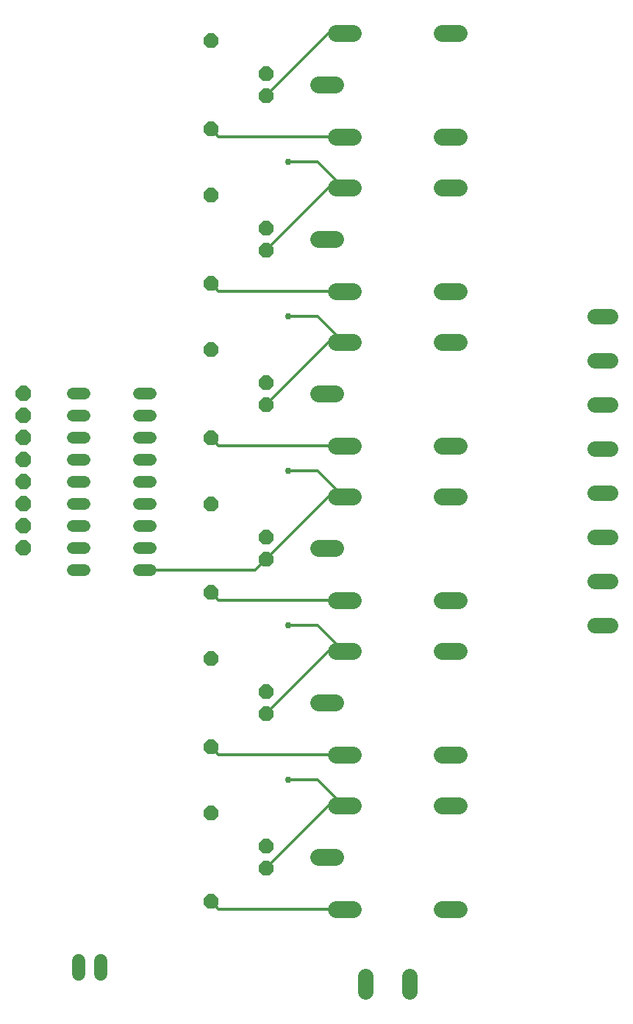
<source format=gbr>
G04 EAGLE Gerber RS-274X export*
G75*
%MOMM*%
%FSLAX34Y34*%
%LPD*%
%INBottom Copper*%
%IPPOS*%
%AMOC8*
5,1,8,0,0,1.08239X$1,22.5*%
G01*
%ADD10C,1.320800*%
%ADD11P,1.924489X8X202.500000*%
%ADD12C,1.524000*%
%ADD13C,1.981200*%
%ADD14P,1.814519X8X112.500000*%
%ADD15P,1.814519X8X292.500000*%
%ADD16C,1.790700*%
%ADD17C,0.304800*%
%ADD18C,0.756400*%


D10*
X818896Y812800D02*
X832104Y812800D01*
X832104Y787400D02*
X818896Y787400D01*
X818896Y660400D02*
X832104Y660400D01*
X832104Y635000D02*
X818896Y635000D01*
X818896Y762000D02*
X832104Y762000D01*
X832104Y736600D02*
X818896Y736600D01*
X818896Y685800D02*
X832104Y685800D01*
X832104Y711200D02*
X818896Y711200D01*
X818896Y609600D02*
X832104Y609600D01*
X895096Y609600D02*
X908304Y609600D01*
X908304Y635000D02*
X895096Y635000D01*
X895096Y660400D02*
X908304Y660400D01*
X908304Y685800D02*
X895096Y685800D01*
X895096Y711200D02*
X908304Y711200D01*
X908304Y736600D02*
X895096Y736600D01*
X895096Y762000D02*
X908304Y762000D01*
X908304Y787400D02*
X895096Y787400D01*
X895096Y812800D02*
X908304Y812800D01*
D11*
X762000Y635000D03*
X762000Y660400D03*
X762000Y685800D03*
X762000Y711200D03*
X762000Y736600D03*
X762000Y762000D03*
X762000Y787400D03*
X762000Y812800D03*
D12*
X850900Y160020D02*
X850900Y144780D01*
X825500Y144780D02*
X825500Y160020D01*
D13*
X1101344Y1168400D02*
X1121156Y1168400D01*
X1121664Y1108710D02*
X1141476Y1108710D01*
X1141476Y1228090D02*
X1121664Y1228090D01*
X1243584Y1228090D02*
X1263396Y1228090D01*
X1263396Y1108710D02*
X1243584Y1108710D01*
X1121156Y990600D02*
X1101344Y990600D01*
X1121664Y930910D02*
X1141476Y930910D01*
X1141476Y1050290D02*
X1121664Y1050290D01*
X1243584Y1050290D02*
X1263396Y1050290D01*
X1263396Y930910D02*
X1243584Y930910D01*
X1121156Y812800D02*
X1101344Y812800D01*
X1121664Y753110D02*
X1141476Y753110D01*
X1141476Y872490D02*
X1121664Y872490D01*
X1243584Y872490D02*
X1263396Y872490D01*
X1263396Y753110D02*
X1243584Y753110D01*
X1121156Y635000D02*
X1101344Y635000D01*
X1121664Y575310D02*
X1141476Y575310D01*
X1141476Y694690D02*
X1121664Y694690D01*
X1243584Y694690D02*
X1263396Y694690D01*
X1263396Y575310D02*
X1243584Y575310D01*
X1121156Y457200D02*
X1101344Y457200D01*
X1121664Y397510D02*
X1141476Y397510D01*
X1141476Y516890D02*
X1121664Y516890D01*
X1243584Y516890D02*
X1263396Y516890D01*
X1263396Y397510D02*
X1243584Y397510D01*
X1121156Y279400D02*
X1101344Y279400D01*
X1121664Y219710D02*
X1141476Y219710D01*
X1141476Y339090D02*
X1121664Y339090D01*
X1243584Y339090D02*
X1263396Y339090D01*
X1263396Y219710D02*
X1243584Y219710D01*
D14*
X1041400Y1155700D03*
X1041400Y1181100D03*
X1041400Y977900D03*
X1041400Y1003300D03*
X1041400Y800100D03*
X1041400Y825500D03*
X1041400Y622300D03*
X1041400Y647700D03*
X1041400Y444500D03*
X1041400Y469900D03*
X1041400Y266700D03*
X1041400Y292100D03*
D15*
X977900Y1219200D03*
X977900Y1117600D03*
X977900Y1041400D03*
X977900Y939800D03*
X977900Y863600D03*
X977900Y762000D03*
X977900Y685800D03*
X977900Y584200D03*
X977900Y508000D03*
X977900Y406400D03*
X977900Y330200D03*
X977900Y228600D03*
D16*
X1419797Y546100D02*
X1437704Y546100D01*
X1437704Y596900D02*
X1419797Y596900D01*
X1419797Y647700D02*
X1437704Y647700D01*
X1437704Y698500D02*
X1419797Y698500D01*
X1419797Y749300D02*
X1437704Y749300D01*
X1437704Y800100D02*
X1419797Y800100D01*
X1419797Y850900D02*
X1437704Y850900D01*
X1437704Y901700D02*
X1419797Y901700D01*
X1155700Y142304D02*
X1155700Y124397D01*
X1206500Y124397D02*
X1206500Y142304D01*
D17*
X986790Y1108710D02*
X977900Y1117600D01*
X986790Y1108710D02*
X1131570Y1108710D01*
X977900Y762000D02*
X986790Y753110D01*
X1131570Y753110D01*
X977900Y584200D02*
X986790Y575310D01*
X1131570Y575310D01*
X977900Y406400D02*
X986790Y397510D01*
X1131570Y397510D01*
X977900Y228600D02*
X975513Y228600D01*
X977900Y228600D02*
X986790Y219710D01*
X1131570Y219710D01*
X1041400Y1155700D02*
X1113790Y1228090D01*
X1131570Y1228090D01*
X1113790Y1050290D02*
X1041400Y977900D01*
X1113790Y1050290D02*
X1130300Y1050290D01*
X1131570Y1050290D01*
X1113790Y872490D02*
X1041400Y800100D01*
X1113790Y872490D02*
X1130300Y872490D01*
X1131570Y872490D01*
X1113790Y694690D02*
X1041400Y622300D01*
X1113790Y694690D02*
X1130300Y694690D01*
X1131570Y694690D01*
X1113790Y516890D02*
X1041400Y444500D01*
X1113790Y516890D02*
X1130300Y516890D01*
X1131570Y516890D01*
X1113790Y339090D02*
X1041400Y266700D01*
X1113790Y339090D02*
X1130300Y339090D01*
X1131570Y339090D01*
D18*
X1066800Y1079500D03*
D17*
X1101090Y1079500D01*
X1130300Y1050290D01*
D18*
X1066800Y901700D03*
D17*
X1101090Y901700D01*
X1130300Y872490D01*
D18*
X1066800Y723900D03*
D17*
X1101090Y723900D01*
X1130300Y694690D01*
D18*
X1066800Y546100D03*
D17*
X1101090Y546100D01*
X1130300Y516890D01*
D18*
X1066800Y368300D03*
D17*
X1101090Y368300D01*
X1130300Y339090D01*
X1028700Y609600D02*
X901700Y609600D01*
X1028700Y609600D02*
X1041400Y622300D01*
X986790Y930910D02*
X977900Y939800D01*
X986790Y930910D02*
X1131570Y930910D01*
M02*

</source>
